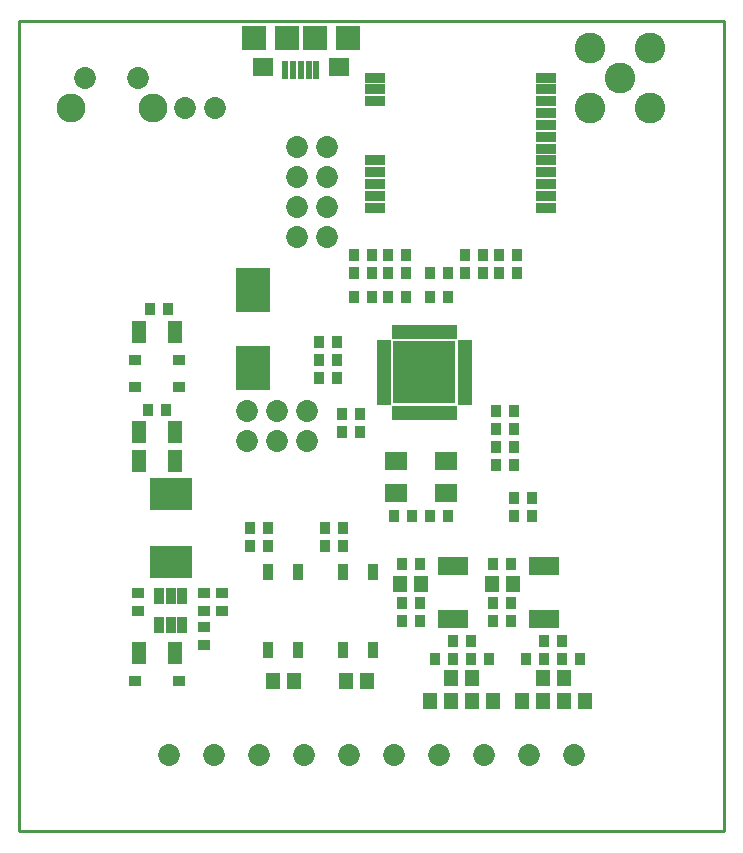
<source format=gbr>
G04 EAGLE Gerber RS-274X export*
G75*
%MOMM*%
%FSLAX34Y34*%
%LPD*%
%INSoldermask Top*%
%IPPOS*%
%AMOC8*
5,1,8,0,0,1.08239X$1,22.5*%
G01*
%ADD10R,0.965200X1.092200*%
%ADD11C,1.853200*%
%ADD12C,2.603200*%
%ADD13R,1.092200X0.965200*%
%ADD14R,1.219200X1.981200*%
%ADD15R,1.219200X0.508000*%
%ADD16R,0.508000X1.219200*%
%ADD17R,5.283200X5.283200*%
%ADD18R,0.965200X1.473200*%
%ADD19R,1.727200X0.903200*%
%ADD20R,1.219200X1.473200*%
%ADD21R,1.854200X1.600200*%
%ADD22R,2.003200X2.103200*%
%ADD23R,2.103200X2.103200*%
%ADD24R,1.803200X1.603200*%
%ADD25R,0.603200X1.603200*%
%ADD26R,2.997200X3.759200*%
%ADD27R,0.838200X1.346200*%
%ADD28R,3.603200X2.803200*%
%ADD29R,0.503200X1.600200*%
%ADD30C,2.453200*%
%ADD31C,0.254000*%


D10*
X419100Y340360D03*
X403860Y340360D03*
X125730Y441960D03*
X110490Y441960D03*
X283210Y487680D03*
X298450Y487680D03*
X283210Y472440D03*
X298450Y472440D03*
X363220Y472440D03*
X347980Y472440D03*
X419100Y355600D03*
X403860Y355600D03*
X317500Y266700D03*
X332740Y266700D03*
X363220Y266700D03*
X347980Y266700D03*
X312420Y452120D03*
X327660Y452120D03*
X254000Y383540D03*
X269240Y383540D03*
X273050Y353060D03*
X288290Y353060D03*
D11*
X218440Y330200D03*
X193040Y355600D03*
X193040Y330200D03*
X243840Y355600D03*
X243840Y330200D03*
X218440Y355600D03*
X234950Y502920D03*
X260350Y579120D03*
X260350Y553720D03*
X234950Y579120D03*
X234950Y553720D03*
X234950Y528320D03*
X260350Y528320D03*
X260350Y502920D03*
D12*
X508450Y637540D03*
X483050Y662940D03*
X483050Y612140D03*
X533850Y612140D03*
X533850Y662940D03*
D13*
X135255Y398780D03*
X98425Y398780D03*
X135255Y127000D03*
X98425Y127000D03*
X135255Y375920D03*
X98425Y375920D03*
D14*
X132080Y422910D03*
X101600Y422910D03*
D15*
X308610Y413620D03*
X308610Y408620D03*
X308610Y403620D03*
X308610Y398620D03*
X308610Y393620D03*
X308610Y388620D03*
X308610Y383620D03*
X308610Y378620D03*
X308610Y373620D03*
X308610Y368620D03*
X308610Y363620D03*
D16*
X317900Y354330D03*
X322900Y354330D03*
X327900Y354330D03*
X332900Y354330D03*
X337900Y354330D03*
X342900Y354330D03*
X347900Y354330D03*
X352900Y354330D03*
X357900Y354330D03*
X362900Y354330D03*
X367900Y354330D03*
D15*
X377190Y363620D03*
X377190Y368620D03*
X377190Y373620D03*
X377190Y378620D03*
X377190Y383620D03*
X377190Y388620D03*
X377190Y393620D03*
X377190Y398620D03*
X377190Y403620D03*
X377190Y408620D03*
X377190Y413620D03*
D16*
X367900Y422910D03*
X362900Y422910D03*
X357900Y422910D03*
X352900Y422910D03*
X347900Y422910D03*
X342900Y422910D03*
X337900Y422910D03*
X332900Y422910D03*
X327900Y422910D03*
X322900Y422910D03*
X317900Y422910D03*
D17*
X342900Y388620D03*
D18*
X210820Y153690D03*
X236220Y153690D03*
X236220Y219690D03*
X210820Y219690D03*
X274320Y153690D03*
X299720Y153690D03*
X299720Y219690D03*
X274320Y219690D03*
D19*
X445770Y527970D03*
X445770Y537970D03*
X445770Y547970D03*
X445770Y557970D03*
X445770Y567970D03*
X445770Y577970D03*
X445770Y587970D03*
X445770Y597970D03*
X445770Y607970D03*
X445770Y617970D03*
X445770Y627970D03*
X445770Y637970D03*
X300990Y637970D03*
X300990Y627970D03*
X300990Y617970D03*
X300990Y567970D03*
X300990Y557970D03*
X300990Y547970D03*
X300990Y537970D03*
X300990Y527970D03*
D10*
X273050Y337820D03*
X288290Y337820D03*
X254000Y414020D03*
X269240Y414020D03*
D20*
X232410Y127000D03*
X214630Y127000D03*
D10*
X195580Y256540D03*
X210820Y256540D03*
D20*
X294640Y127000D03*
X276860Y127000D03*
D10*
X259080Y256540D03*
X274320Y256540D03*
X254000Y398780D03*
X269240Y398780D03*
X421640Y487680D03*
X406400Y487680D03*
X298450Y452120D03*
X283210Y452120D03*
X392430Y487680D03*
X377190Y487680D03*
X421640Y472440D03*
X406400Y472440D03*
X392430Y472440D03*
X377190Y472440D03*
X327660Y487680D03*
X312420Y487680D03*
X327660Y472440D03*
X312420Y472440D03*
D21*
X319405Y286385D03*
X361315Y286385D03*
X361315Y313055D03*
X319405Y313055D03*
D22*
X278450Y671300D03*
D23*
X250450Y671300D03*
D22*
X198450Y671300D03*
D23*
X226450Y671300D03*
D24*
X270450Y647300D03*
X206450Y647300D03*
D25*
X238450Y644300D03*
X244950Y644300D03*
X251450Y644300D03*
X231950Y644300D03*
X225450Y644300D03*
D26*
X198120Y392430D03*
X198120Y458470D03*
D10*
X347980Y452120D03*
X363220Y452120D03*
D27*
X118770Y174625D03*
X128270Y174625D03*
X137770Y174625D03*
X137770Y198755D03*
X128270Y198755D03*
X118770Y198755D03*
D14*
X101600Y151130D03*
X132080Y151130D03*
X101600Y313690D03*
X132080Y313690D03*
X101600Y337820D03*
X132080Y337820D03*
D28*
X128270Y285540D03*
X128270Y227540D03*
D13*
X100330Y201930D03*
X100330Y186690D03*
D10*
X109220Y356870D03*
X124460Y356870D03*
D13*
X156210Y157480D03*
X156210Y172720D03*
X171450Y201930D03*
X171450Y186690D03*
X156210Y186690D03*
X156210Y201930D03*
D10*
X444500Y161290D03*
X459740Y161290D03*
X429260Y146050D03*
X444500Y146050D03*
X474980Y146050D03*
X459740Y146050D03*
X195580Y241300D03*
X210820Y241300D03*
X259080Y241300D03*
X274320Y241300D03*
X401320Y193040D03*
X416560Y193040D03*
X401320Y177800D03*
X416560Y177800D03*
X434340Y266700D03*
X419100Y266700D03*
X434340Y281940D03*
X419100Y281940D03*
X416560Y226060D03*
X401320Y226060D03*
D20*
X400050Y209550D03*
X417830Y209550D03*
D10*
X382270Y146050D03*
X397510Y146050D03*
X367030Y146050D03*
X351790Y146050D03*
X367030Y161290D03*
X382270Y161290D03*
X323850Y177800D03*
X339090Y177800D03*
X323850Y193040D03*
X339090Y193040D03*
D20*
X322580Y209550D03*
X340360Y209550D03*
D10*
X339090Y226060D03*
X323850Y226060D03*
D29*
X377030Y224155D03*
X372030Y224155D03*
X367030Y224155D03*
X362030Y224155D03*
X357030Y224155D03*
X357030Y179705D03*
X362030Y179705D03*
X367030Y179705D03*
X372030Y179705D03*
X377030Y179705D03*
X454500Y224155D03*
X449500Y224155D03*
X444500Y224155D03*
X439500Y224155D03*
X434500Y224155D03*
X434500Y179705D03*
X439500Y179705D03*
X444500Y179705D03*
X449500Y179705D03*
X454500Y179705D03*
D10*
X403860Y325120D03*
X419100Y325120D03*
X403860Y309880D03*
X419100Y309880D03*
D11*
X393700Y64770D03*
X355600Y64770D03*
X317500Y64770D03*
X279400Y64770D03*
X241300Y64770D03*
X203200Y64770D03*
X165100Y64770D03*
X127000Y64770D03*
X431800Y64770D03*
X469900Y64770D03*
X100950Y637540D03*
X55950Y637540D03*
D30*
X113450Y612540D03*
X43450Y612540D03*
D11*
X140750Y612140D03*
X166150Y612140D03*
D20*
X365760Y129540D03*
X383540Y129540D03*
X443230Y129540D03*
X461010Y129540D03*
X347980Y110490D03*
X365760Y110490D03*
X401320Y110490D03*
X383540Y110490D03*
X425450Y110490D03*
X443230Y110490D03*
X478790Y110490D03*
X461010Y110490D03*
D31*
X0Y0D02*
X596900Y0D01*
X596900Y685800D01*
X0Y685800D01*
X0Y0D01*
M02*

</source>
